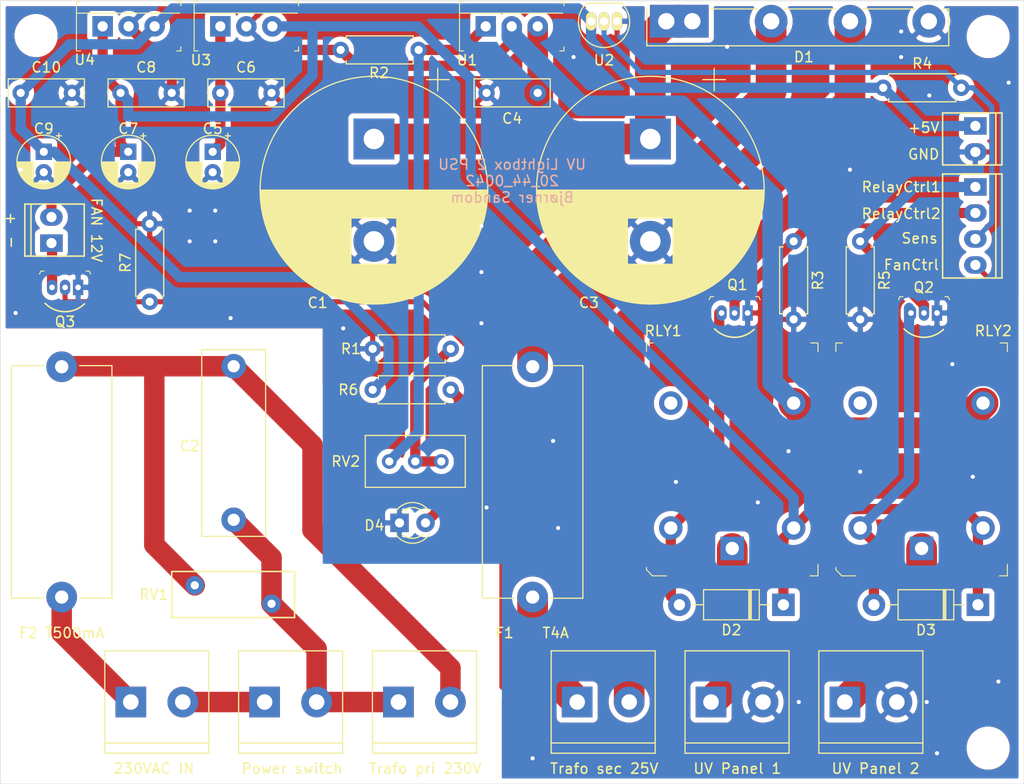
<source format=kicad_pcb>
(kicad_pcb (version 20171130) (host pcbnew "(5.1.7)-1")
  (layers (0 F.Cu signal) (31 B.Cu signal) (34 B.Paste user) (35 F.Paste user) (36 B.SilkS user) (37 F.SilkS user) (38 B.Mask user) (39 F.Mask user) (44 Edge.Cuts user))
  (net 0 "")
  (net 1 "Net-(C1-Pad1)")
  (net 2 GND)
  (net 3 VCC)
  (net 4 +5V)
  (net 5 "Net-(D1-Pad2)")
  (net 6 "Net-(D1-Pad3)")
  (net 7 "Net-(D2-Pad2)")
  (net 8 "Net-(D3-Pad2)")
  (net 9 "Net-(D4-Pad2)")
  (net 10 "Net-(F1-Pad2)")
  (net 11 "Net-(F2-Pad2)")
  (net 12 "Net-(J3-Pad2)")
  (net 13 "Net-(J6-Pad1)")
  (net 14 "Net-(J7-Pad1)")
  (net 15 "Net-(RLY1-Pad4)")
  (net 16 "Net-(RLY2-Pad4)")
  (net 17 "Net-(C2-Pad2)")
  (net 18 "Net-(C2-Pad1)")
  (net 19 "Net-(J5-Pad1)")
  (net 20 "Net-(J7-Pad4)")
  (net 21 "Net-(J7-Pad2)")
  (net 22 "Net-(R1-Pad1)")
  (net 23 "Net-(R2-Pad2)")
  (net 24 +12V)
  (net 25 "Net-(J7-Pad3)")
  (net 26 "Net-(J9-Pad1)")
  (module IFS-IC:TO127P482X368X883-3 (layer F.Cu) (at 159.25 39 180)
    (fp_text reference U2 (at 1.27 -3.81) (layer F.SilkS))
    (fp_text value DS18B20+ hide)
    (pad 3 thru_hole oval (at 2.54 0 180) (size 1 1.8) (drill 0.8) (layers *.Cu *.Mask F.SilkS) (net 4 +5V))
    (pad 2 thru_hole oval (at 1.27 0 180) (size 1 1.8) (drill 0.8) (layers *.Cu *.Mask F.SilkS) (net 25 "Net-(J7-Pad3)"))
    (pad 1 thru_hole oval (at 0 0 180) (size 1 1.8) (drill 0.8) (layers *.Cu *.Mask F.SilkS) (net 2 GND))
  )
  (module Resistor_THT:R_Axial_DIN0207_L6.3mm_D2.5mm_P7.62mm_Horizontal (layer F.Cu) (at 113.6 66.4 90)
    (fp_text reference R7 (at 3.81 -2.37 90) (layer F.SilkS))
    (fp_text value 10kΩ)
    (pad 2 thru_hole oval (at 7.62 0 90) (size 1.6 1.6) (drill 0.8) (layers *.Cu *.Mask) (net 2 GND))
    (pad 1 thru_hole circle (at 0 0 90) (size 1.6 1.6) (drill 0.8) (layers *.Cu *.Mask) (net 20 "Net-(J7-Pad4)"))
  )
  (module digikey-footprints:TO-92-3 (layer F.Cu) (at 106.6 65 180)
    (fp_text reference Q3 (at 1.27 -3.35) (layer F.SilkS))
    (fp_text value 2N7000)
    (pad 1 thru_hole rect (at 0 0) (size 1 1.5) (drill 0.55) (layers *.Cu *.Mask) (net 2 GND))
    (pad 3 thru_hole oval (at 2.54 0) (size 1 1.5) (drill 0.55) (layers *.Cu *.Mask) (net 26 "Net-(J9-Pad1)"))
    (pad 2 thru_hole oval (at 1.27 0) (size 1 1.5) (drill 0.55) (layers *.Cu *.Mask) (net 20 "Net-(J7-Pad4)"))
  )
  (module myDevices:KF2510-2P (layer F.Cu) (at 104 59.4 90)
    (fp_text reference J9 hide)
    (fp_text value "12V FAN")
    (pad 2 thru_hole oval (at 1.27 0 90) (size 1.7 2.2) (drill 1) (layers *.Cu *.Mask) (net 24 +12V))
    (pad 1 thru_hole rect (at -1.27 0 90) (size 1.7 2.2) (drill 1) (layers *.Cu *.Mask) (net 26 "Net-(J9-Pad1)"))
  )
  (module digikey-footprints:TO-220-3 (layer F.Cu) (at 120.5 39.5)
    (fp_text reference U3 (at -1.9 3.3) (layer F.SilkS))
    (fp_text value LM7812_TO220)
    (pad 3 thru_hole circle (at 5.08 0) (size 2 2) (drill 1) (layers *.Cu *.Mask) (net 24 +12V))
    (pad 2 thru_hole circle (at 2.54 0) (size 2 2) (drill 1) (layers *.Cu *.Mask) (net 2 GND))
    (pad 1 thru_hole rect (at 0 0) (size 2 2) (drill 1) (layers *.Cu *.Mask) (net 3 VCC))
  )
  (module Resistor_THT:R_Axial_DIN0207_L6.3mm_D2.5mm_P7.62mm_Horizontal (layer F.Cu) (at 185.25 45.5)
    (fp_text reference R4 (at 3.81 -2.37) (layer F.SilkS))
    (fp_text value 4.7kΩ)
    (pad 2 thru_hole oval (at 7.62 0) (size 1.6 1.6) (drill 0.8) (layers *.Cu *.Mask) (net 25 "Net-(J7-Pad3)"))
    (pad 1 thru_hole circle (at 0 0) (size 1.6 1.6) (drill 0.8) (layers *.Cu *.Mask) (net 4 +5V))
  )
  (module myDevices:KF2510-2P (layer F.Cu) (at 194.25 50.5 270)
    (fp_text reference J8 hide)
    (fp_text value "Timer power")
    (pad 2 thru_hole oval (at 1.27 0 270) (size 1.7 2.2) (drill 1) (layers *.Cu *.Mask) (net 2 GND))
    (pad 1 thru_hole rect (at -1.27 0 270) (size 1.7 2.2) (drill 1) (layers *.Cu *.Mask) (net 4 +5V))
  )
  (module myDevices:KF2510-4P (layer F.Cu) (at 194.25 59 270)
    (fp_text reference J7 hide)
    (fp_text value "Timer I/O")
    (pad 4 thru_hole oval (at 3.81 0 270) (size 1.7 2.2) (drill 1) (layers *.Cu *.Mask) (net 20 "Net-(J7-Pad4)"))
    (pad 3 thru_hole oval (at 1.27 0 270) (size 1.7 2.2) (drill 1) (layers *.Cu *.Mask) (net 25 "Net-(J7-Pad3)"))
    (pad 2 thru_hole oval (at -1.27 0 270) (size 1.7 2.2) (drill 1) (layers *.Cu *.Mask) (net 21 "Net-(J7-Pad2)"))
    (pad 1 thru_hole rect (at -3.81 0 270) (size 1.7 2.2) (drill 1) (layers *.Cu *.Mask) (net 14 "Net-(J7-Pad1)"))
  )
  (module Capacitor_THT:C_Rect_L7.2mm_W2.5mm_P5.00mm_FKS2_FKP2_MKS2_MKP2 (layer F.Cu) (at 101 46)
    (fp_text reference C10 (at 2.5 -2.5) (layer F.SilkS))
    (fp_text value 100nF)
    (pad 2 thru_hole circle (at 5 0) (size 1.6 1.6) (drill 0.8) (layers *.Cu *.Mask) (net 2 GND))
    (pad 1 thru_hole circle (at 0 0) (size 1.6 1.6) (drill 0.8) (layers *.Cu *.Mask) (net 4 +5V))
  )
  (module Capacitor_THT:CP_Radial_D5.0mm_P2.00mm (layer F.Cu) (at 103.25 51.75 270)
    (fp_text reference C9 (at -2.25 0 180) (layer F.SilkS))
    (fp_text value 10µF)
    (pad 2 thru_hole circle (at 2 0 270) (size 1.6 1.6) (drill 0.8) (layers *.Cu *.Mask) (net 2 GND))
    (pad 1 thru_hole rect (at 0 0 270) (size 1.6 1.6) (drill 0.8) (layers *.Cu *.Mask) (net 4 +5V))
  )
  (module Capacitor_THT:C_Rect_L7.2mm_W2.5mm_P5.00mm_FKS2_FKP2_MKS2_MKP2 (layer F.Cu) (at 110.75 46)
    (fp_text reference C8 (at 2.5 -2.5) (layer F.SilkS))
    (fp_text value 100nF)
    (pad 2 thru_hole circle (at 5 0) (size 1.6 1.6) (drill 0.8) (layers *.Cu *.Mask) (net 2 GND))
    (pad 1 thru_hole circle (at 0 0) (size 1.6 1.6) (drill 0.8) (layers *.Cu *.Mask) (net 24 +12V))
  )
  (module Capacitor_THT:C_Rect_L7.2mm_W2.5mm_P5.00mm_FKS2_FKP2_MKS2_MKP2 (layer F.Cu) (at 120.5 46)
    (fp_text reference C6 (at 2.5 -2.5) (layer F.SilkS))
    (fp_text value 100nF)
    (pad 2 thru_hole circle (at 5 0) (size 1.6 1.6) (drill 0.8) (layers *.Cu *.Mask) (net 2 GND))
    (pad 1 thru_hole circle (at 0 0) (size 1.6 1.6) (drill 0.8) (layers *.Cu *.Mask) (net 3 VCC))
  )
  (module Capacitor_THT:CP_Radial_D5.0mm_P2.00mm (layer F.Cu) (at 111.5 51.75 270)
    (fp_text reference C7 (at -2.25 0 180) (layer F.SilkS))
    (fp_text value 10µF)
    (pad 2 thru_hole circle (at 2 0 270) (size 1.6 1.6) (drill 0.8) (layers *.Cu *.Mask) (net 2 GND))
    (pad 1 thru_hole rect (at 0 0 270) (size 1.6 1.6) (drill 0.8) (layers *.Cu *.Mask) (net 24 +12V))
  )
  (module Capacitor_THT:CP_Radial_D5.0mm_P2.00mm (layer F.Cu) (at 119.75 51.75 270)
    (fp_text reference C5 (at -2.25 0 180) (layer F.SilkS))
    (fp_text value 10µF)
    (pad 2 thru_hole circle (at 2 0 270) (size 1.6 1.6) (drill 0.8) (layers *.Cu *.Mask) (net 2 GND))
    (pad 1 thru_hole rect (at 0 0 270) (size 1.6 1.6) (drill 0.8) (layers *.Cu *.Mask) (net 3 VCC))
  )
  (module Capacitor_THT:C_Rect_L7.2mm_W2.5mm_P5.00mm_FKS2_FKP2_MKS2_MKP2 (layer F.Cu) (at 151.5 46 180)
    (fp_text reference C4 (at 2.5 -2.5) (layer F.SilkS))
    (fp_text value 100nF)
    (pad 2 thru_hole circle (at 5 0 180) (size 1.6 1.6) (drill 0.8) (layers *.Cu *.Mask) (net 2 GND))
    (pad 1 thru_hole circle (at 0 0 180) (size 1.6 1.6) (drill 0.8) (layers *.Cu *.Mask) (net 1 "Net-(C1-Pad1)"))
  )
  (module digikey-footprints:TO-220-3 (layer F.Cu) (at 109 39.5)
    (fp_text reference U4 (at -1.75 3.25) (layer F.SilkS))
    (fp_text value MC7805CT-BP)
    (pad 3 thru_hole circle (at 5.08 0) (size 2 2) (drill 1) (layers *.Cu *.Mask) (net 4 +5V))
    (pad 2 thru_hole circle (at 2.54 0) (size 2 2) (drill 1) (layers *.Cu *.Mask) (net 2 GND))
    (pad 1 thru_hole rect (at 0 0) (size 2 2) (drill 1) (layers *.Cu *.Mask) (net 24 +12V))
  )
  (module MountingHole:MountingHole_3.2mm_M3 (layer F.Cu) (at 195.5 110)
    (fp_text reference H4 hide)
    (fp_text value MountingHole)
    (pad 1 np_thru_hole circle (at 0 0) (size 3.2 3.2) (drill 3.2) (layers *.Cu *.Mask))
  )
  (module MountingHole:MountingHole_3.2mm_M3 (layer F.Cu) (at 195.5 40.5)
    (fp_text reference H3 hide)
    (fp_text value MountingHole)
    (pad 1 np_thru_hole circle (at 0 0) (size 3.2 3.2) (drill 3.2) (layers *.Cu *.Mask))
  )
  (module MountingHole:MountingHole_3.2mm_M3 (layer F.Cu) (at 102.5 40.4)
    (fp_text reference H2 hide)
    (fp_text value MountingHole)
    (pad 1 np_thru_hole circle (at 0 0) (size 3.2 3.2) (drill 3.2) (layers *.Cu *.Mask))
  )
  (module MountingHole:MountingHole_3.2mm_M3 (layer F.Cu) (at 102.5 110)
    (fp_text reference H1 hide)
    (fp_text value MountingHole)
    (pad 1 np_thru_hole circle (at 0 0) (size 3.2 3.2) (drill 3.2) (layers *.Cu *.Mask))
  )
  (module digikey-footprints:TO-220-3 (layer F.Cu) (at 146.42 39.5)
    (fp_text reference U1 (at -1.82 3.3) (layer F.SilkS))
    (fp_text value LM338)
    (pad 3 thru_hole circle (at 5.08 0) (size 2 2) (drill 1) (layers *.Cu *.Mask) (net 1 "Net-(C1-Pad1)"))
    (pad 2 thru_hole circle (at 2.54 0) (size 2 2) (drill 1) (layers *.Cu *.Mask) (net 3 VCC))
    (pad 1 thru_hole rect (at 0 0) (size 2 2) (drill 1) (layers *.Cu *.Mask) (net 23 "Net-(R2-Pad2)"))
  )
  (module Potentiometer_THT:Potentiometer_Bourns_3296W_Vertical (layer F.Cu) (at 137 82 180)
    (fp_text reference RV2 (at 4.25 0) (layer F.SilkS))
    (fp_text value 5kΩ)
    (pad 3 thru_hole circle (at -5.08 0 180) (size 1.44 1.44) (drill 0.8) (layers *.Cu *.Mask) (net 22 "Net-(R1-Pad1)"))
    (pad 2 thru_hole circle (at -2.54 0 180) (size 1.44 1.44) (drill 0.8) (layers *.Cu *.Mask) (net 22 "Net-(R1-Pad1)"))
    (pad 1 thru_hole circle (at 0 0 180) (size 1.44 1.44) (drill 0.8) (layers *.Cu *.Mask) (net 23 "Net-(R2-Pad2)"))
  )
  (module Varistor:RV_Disc_D12mm_W4.5mm_P7.5mm (layer F.Cu) (at 118 94.1)
    (fp_text reference RV1 (at -4 0.9) (layer F.SilkS))
    (fp_text value 10D431K)
    (pad 2 thru_hole circle (at 7.5 1.8) (size 1.8 1.8) (drill 0.8) (layers *.Cu *.Mask) (net 17 "Net-(C2-Pad2)"))
    (pad 1 thru_hole circle (at 0 0) (size 1.8 1.8) (drill 0.8) (layers *.Cu *.Mask) (net 18 "Net-(C2-Pad1)"))
  )
  (module digikey-footprints:Relay_THT_G5LE-14 (layer F.Cu) (at 189 90.5 90)
    (fp_text reference RLY2 (at 21.25 7 180) (layer F.SilkS))
    (fp_text value G5LE-14_DC12)
    (pad 4 thru_hole circle (at 14.2 -6 90) (size 2.3 2.3) (drill 1.3) (layers *.Cu *.Mask) (net 16 "Net-(RLY2-Pad4)"))
    (pad 3 thru_hole circle (at 14.2 6 90) (size 2.3 2.3) (drill 1.3) (layers *.Cu *.Mask) (net 3 VCC))
    (pad 5 thru_hole circle (at 2 -6 90) (size 2.3 2.3) (drill 1.3) (layers *.Cu *.Mask) (net 8 "Net-(D3-Pad2)"))
    (pad 2 thru_hole circle (at 2 6 90) (size 2.3 2.3) (drill 1.3) (layers *.Cu *.Mask) (net 24 +12V))
    (pad 1 thru_hole rect (at 0 0 90) (size 2.3 2.3) (drill 1.3) (layers *.Cu *.Mask) (net 13 "Net-(J6-Pad1)"))
  )
  (module digikey-footprints:Relay_THT_G5LE-14 (layer F.Cu) (at 170.5 90.5 90)
    (fp_text reference RLY1 (at 21.25 -6.75 180) (layer F.SilkS))
    (fp_text value G5LE-14_DC12)
    (pad 4 thru_hole circle (at 14.2 -6 90) (size 2.3 2.3) (drill 1.3) (layers *.Cu *.Mask) (net 15 "Net-(RLY1-Pad4)"))
    (pad 3 thru_hole circle (at 14.2 6 90) (size 2.3 2.3) (drill 1.3) (layers *.Cu *.Mask) (net 3 VCC))
    (pad 5 thru_hole circle (at 2 -6 90) (size 2.3 2.3) (drill 1.3) (layers *.Cu *.Mask) (net 7 "Net-(D2-Pad2)"))
    (pad 2 thru_hole circle (at 2 6 90) (size 2.3 2.3) (drill 1.3) (layers *.Cu *.Mask) (net 24 +12V))
    (pad 1 thru_hole rect (at 0 0 90) (size 2.3 2.3) (drill 1.3) (layers *.Cu *.Mask) (net 19 "Net-(J5-Pad1)"))
  )
  (module Resistor_THT:R_Axial_DIN0207_L6.3mm_D2.5mm_P7.62mm_Horizontal (layer F.Cu) (at 143 71 180)
    (fp_text reference R1 (at 9.75 0) (layer F.SilkS))
    (fp_text value 1kΩ)
    (pad 2 thru_hole oval (at 7.62 0 180) (size 1.6 1.6) (drill 0.8) (layers *.Cu *.Mask) (net 2 GND))
    (pad 1 thru_hole circle (at 0 0 180) (size 1.6 1.6) (drill 0.8) (layers *.Cu *.Mask) (net 22 "Net-(R1-Pad1)"))
  )
  (module Resistor_THT:R_Axial_DIN0207_L6.3mm_D2.5mm_P7.62mm_Horizontal (layer F.Cu) (at 143 75 180)
    (fp_text reference R6 (at 10 0) (layer F.SilkS))
    (fp_text value 560Ω)
    (pad 2 thru_hole oval (at 7.62 0 180) (size 1.6 1.6) (drill 0.8) (layers *.Cu *.Mask) (net 4 +5V))
    (pad 1 thru_hole circle (at 0 0 180) (size 1.6 1.6) (drill 0.8) (layers *.Cu *.Mask) (net 9 "Net-(D4-Pad2)"))
  )
  (module Resistor_THT:R_Axial_DIN0207_L6.3mm_D2.5mm_P7.62mm_Horizontal (layer F.Cu) (at 183 60.5 270)
    (fp_text reference R5 (at 3.81 -2.37 90) (layer F.SilkS))
    (fp_text value 10kΩ)
    (pad 2 thru_hole oval (at 7.62 0 270) (size 1.6 1.6) (drill 0.8) (layers *.Cu *.Mask) (net 2 GND))
    (pad 1 thru_hole circle (at 0 0 270) (size 1.6 1.6) (drill 0.8) (layers *.Cu *.Mask) (net 14 "Net-(J7-Pad1)"))
  )
  (module Resistor_THT:R_Axial_DIN0207_L6.3mm_D2.5mm_P7.62mm_Horizontal (layer F.Cu) (at 176.5 60.5 270)
    (fp_text reference R3 (at 3.81 -2.37 90) (layer F.SilkS))
    (fp_text value 10kΩ)
    (pad 2 thru_hole oval (at 7.62 0 270) (size 1.6 1.6) (drill 0.8) (layers *.Cu *.Mask) (net 2 GND))
    (pad 1 thru_hole circle (at 0 0 270) (size 1.6 1.6) (drill 0.8) (layers *.Cu *.Mask) (net 21 "Net-(J7-Pad2)"))
  )
  (module Resistor_THT:R_Axial_DIN0207_L6.3mm_D2.5mm_P7.62mm_Horizontal (layer F.Cu) (at 132.25 41.8)
    (fp_text reference R2 (at 3.75 2.25) (layer F.SilkS))
    (fp_text value 240Ω)
    (pad 2 thru_hole oval (at 7.62 0) (size 1.6 1.6) (drill 0.8) (layers *.Cu *.Mask) (net 23 "Net-(R2-Pad2)"))
    (pad 1 thru_hole circle (at 0 0) (size 1.6 1.6) (drill 0.8) (layers *.Cu *.Mask) (net 3 VCC))
  )
  (module digikey-footprints:TO-92-3 (layer F.Cu) (at 190.5 67.5 180)
    (fp_text reference Q2 (at 1.29 2.5) (layer F.SilkS))
    (fp_text value 2N7000)
    (pad 1 thru_hole rect (at 0 0) (size 1 1.5) (drill 0.55) (layers *.Cu *.Mask) (net 2 GND))
    (pad 3 thru_hole oval (at 2.54 0) (size 1 1.5) (drill 0.55) (layers *.Cu *.Mask) (net 8 "Net-(D3-Pad2)"))
    (pad 2 thru_hole oval (at 1.27 0) (size 1 1.5) (drill 0.55) (layers *.Cu *.Mask) (net 14 "Net-(J7-Pad1)"))
  )
  (module digikey-footprints:TO-92-3 (layer F.Cu) (at 172 67.5 180)
    (fp_text reference Q1 (at 1 2.75) (layer F.SilkS))
    (fp_text value 2N7000)
    (pad 1 thru_hole rect (at 0 0) (size 1 1.5) (drill 0.55) (layers *.Cu *.Mask) (net 2 GND))
    (pad 3 thru_hole oval (at 2.54 0) (size 1 1.5) (drill 0.55) (layers *.Cu *.Mask) (net 7 "Net-(D2-Pad2)"))
    (pad 2 thru_hole oval (at 1.27 0) (size 1 1.5) (drill 0.55) (layers *.Cu *.Mask) (net 21 "Net-(J7-Pad2)"))
  )
  (module myDevices:TerminalBlock_LCSC_P5.08mm (layer F.Cu) (at 181.5 105.5)
    (fp_text reference J6 hide)
    (fp_text value UV_Panel_2)
    (pad 2 thru_hole circle (at 5.08 0) (size 3 3) (drill 1.52) (layers *.Cu *.Mask) (net 2 GND))
    (pad 1 thru_hole rect (at 0 0) (size 3 3) (drill 1.52) (layers *.Cu *.Mask) (net 13 "Net-(J6-Pad1)"))
  )
  (module myDevices:TerminalBlock_LCSC_P5.08mm (layer F.Cu) (at 168.427379 105.5)
    (fp_text reference J5 hide)
    (fp_text value UV_Panel_1)
    (pad 2 thru_hole circle (at 5.08 0) (size 3 3) (drill 1.52) (layers *.Cu *.Mask) (net 2 GND))
    (pad 1 thru_hole rect (at 0 0) (size 3 3) (drill 1.52) (layers *.Cu *.Mask) (net 19 "Net-(J5-Pad1)"))
  )
  (module myDevices:TerminalBlock_LCSC_P5.08mm (layer F.Cu) (at 124.822619 105.5)
    (fp_text reference J4 hide)
    (fp_text value "Power switch")
    (pad 2 thru_hole circle (at 5.08 0) (size 3 3) (drill 1.52) (layers *.Cu *.Mask) (net 17 "Net-(C2-Pad2)"))
    (pad 1 thru_hole rect (at 0 0) (size 3 3) (drill 1.52) (layers *.Cu *.Mask) (net 12 "Net-(J3-Pad2)"))
  )
  (module myDevices:TerminalBlock_LCSC_P5.08mm (layer F.Cu) (at 111.75 105.5)
    (fp_text reference J3 hide)
    (fp_text value "230V input")
    (pad 2 thru_hole circle (at 5.08 0) (size 3 3) (drill 1.52) (layers *.Cu *.Mask) (net 12 "Net-(J3-Pad2)"))
    (pad 1 thru_hole rect (at 0 0) (size 3 3) (drill 1.52) (layers *.Cu *.Mask) (net 11 "Net-(F2-Pad2)"))
  )
  (module myDevices:TerminalBlock_LCSC_P5.08mm (layer F.Cu) (at 137.895238 105.5)
    (fp_text reference J2 hide)
    (fp_text value "Trafo pri 230V")
    (pad 2 thru_hole circle (at 5.08 0) (size 3 3) (drill 1.52) (layers *.Cu *.Mask) (net 18 "Net-(C2-Pad1)"))
    (pad 1 thru_hole rect (at 0 0) (size 3 3) (drill 1.52) (layers *.Cu *.Mask) (net 17 "Net-(C2-Pad2)"))
  )
  (module myDevices:TerminalBlock_LCSC_P5.08mm (layer F.Cu) (at 155.35476 105.5)
    (fp_text reference J1 hide)
    (fp_text value "Trafo sec 26V")
    (pad 2 thru_hole circle (at 5.08 0) (size 3 3) (drill 1.52) (layers *.Cu *.Mask) (net 6 "Net-(D1-Pad3)"))
    (pad 1 thru_hole rect (at 0 0) (size 3 3) (drill 1.52) (layers *.Cu *.Mask) (net 10 "Net-(F1-Pad2)"))
  )
  (module myDevices:Fuseholder_Cylinder-5x20mm_Closed (layer F.Cu) (at 151 72.75 270)
    (fp_text reference F1 (at 26 2.75 180) (layer F.SilkS))
    (fp_text value T4A)
    (pad 2 thru_hole circle (at 22.5 0 270) (size 3 3) (drill 1.3) (layers *.Cu *.Mask) (net 10 "Net-(F1-Pad2)"))
    (pad 1 thru_hole circle (at 0 0 270) (size 3 3) (drill 1.3) (layers *.Cu *.Mask) (net 5 "Net-(D1-Pad2)"))
  )
  (module myDevices:Fuseholder_Cylinder-5x20mm_Closed (layer F.Cu) (at 105 72.75 270)
    (fp_text reference F2 (at 26 3.25 180) (layer F.SilkS))
    (fp_text value T500mA)
    (pad 2 thru_hole circle (at 22.5 0 270) (size 3 3) (drill 1.3) (layers *.Cu *.Mask) (net 11 "Net-(F2-Pad2)"))
    (pad 1 thru_hole circle (at 0 0 270) (size 3 3) (drill 1.3) (layers *.Cu *.Mask) (net 18 "Net-(C2-Pad1)"))
  )
  (module LED_THT:LED_D3.0mm (layer F.Cu) (at 138 88)
    (fp_text reference D4 (at -2.46 0.25) (layer F.SilkS))
    (fp_text value LED)
    (pad 2 thru_hole circle (at 2.54 0) (size 1.8 1.8) (drill 0.9) (layers *.Cu *.Mask) (net 9 "Net-(D4-Pad2)"))
    (pad 1 thru_hole rect (at 0 0) (size 1.8 1.8) (drill 0.9) (layers *.Cu *.Mask) (net 2 GND))
  )
  (module Diode_THT:D_DO-41_SOD81_P10.16mm_Horizontal (layer F.Cu) (at 194.5 96 180)
    (fp_text reference D3 (at 5.08 -2.47) (layer F.SilkS))
    (fp_text value 1N4007)
    (pad 2 thru_hole oval (at 10.16 0 180) (size 2.2 2.2) (drill 1.1) (layers *.Cu *.Mask) (net 8 "Net-(D3-Pad2)"))
    (pad 1 thru_hole rect (at 0 0 180) (size 2.2 2.2) (drill 1.1) (layers *.Cu *.Mask) (net 24 +12V))
  )
  (module Diode_THT:D_DO-41_SOD81_P10.16mm_Horizontal (layer F.Cu) (at 175.5 96 180)
    (fp_text reference D2 (at 5.08 -2.47) (layer F.SilkS))
    (fp_text value 1N4007)
    (pad 2 thru_hole oval (at 10.16 0 180) (size 2.2 2.2) (drill 1.1) (layers *.Cu *.Mask) (net 7 "Net-(D2-Pad2)"))
    (pad 1 thru_hole rect (at 0 0 180) (size 2.2 2.2) (drill 1.1) (layers *.Cu *.Mask) (net 24 +12V))
  )
  (module myDevices:Generic_rectifier (layer F.Cu) (at 166.6 39)
    (fp_text reference D1 (at 10.9 3.5 180) (layer F.SilkS))
    (fp_text value TS6P03G)
    (pad 1 thru_hole rect (at 0 0) (size 3.2 3.2) (drill 1.6) (layers *.Cu *.Mask) (net 1 "Net-(C1-Pad1)"))
    (pad 2 thru_hole circle (at 7.7 0) (size 3.2 3.2) (drill 1.6) (layers *.Cu *.Mask) (net 5 "Net-(D1-Pad2)"))
    (pad 3 thru_hole circle (at 15.4 0) (size 3.2 3.2) (drill 1.6) (layers *.Cu *.Mask) (net 6 "Net-(D1-Pad3)"))
    (pad 4 thru_hole circle (at 23.1 0) (size 3.2 3.2) (drill 1.6) (layers *.Cu *.Mask) (net 2 GND))
    (pad 1 thru_hole rect (at -2.54 0) (size 3.2 3.2) (drill 1.6) (layers *.Cu *.Mask) (net 1 "Net-(C1-Pad1)"))
  )
  (module Capacitor_THT:CP_Radial_D22.0mm_P10.00mm_SnapIn (layer F.Cu) (at 162.5 50.5 270)
    (fp_text reference C3 (at 16 6 180) (layer F.SilkS))
    (fp_text value "4700µF 50V")
    (pad 2 thru_hole circle (at 10 0 270) (size 4 4) (drill 2) (layers *.Cu *.Mask) (net 2 GND))
    (pad 1 thru_hole rect (at 0 0 270) (size 4 4) (drill 2) (layers *.Cu *.Mask) (net 1 "Net-(C1-Pad1)"))
  )
  (module Capacitor_THT:CP_Radial_D22.0mm_P10.00mm_SnapIn (layer F.Cu) (at 135.5 50.5 270)
    (fp_text reference C1 (at 16 5.5 180) (layer F.SilkS))
    (fp_text value "4700µF 50V")
    (pad 2 thru_hole circle (at 10 0 270) (size 4 4) (drill 2) (layers *.Cu *.Mask) (net 2 GND))
    (pad 1 thru_hole rect (at 0 0 270) (size 4 4) (drill 2) (layers *.Cu *.Mask) (net 1 "Net-(C1-Pad1)"))
  )
  (module Capacitor_THT:C_Rect_L18.0mm_W6.0mm_P15.00mm_FKS3_FKP3 (layer F.Cu) (at 121.8 72.7 270)
    (fp_text reference C2 (at 7.8 4.3 180) (layer F.SilkS))
    (fp_text value "100nF X2")
    (pad 2 thru_hole circle (at 15 0 270) (size 2.4 2.4) (drill 1.2) (layers *.Cu *.Mask) (net 17 "Net-(C2-Pad2)"))
    (pad 1 thru_hole circle (at 0 0 270) (size 2.4 2.4) (drill 1.2) (layers *.Cu *.Mask) (net 18 "Net-(C2-Pad1)"))
  )
  (gr_text FanCtrl (at 188 62.8) (layer F.SilkS) (effects (font (size 1 1))))
  (gr_text Sens (at 188.8 60.2) (layer F.SilkS) (effects (font (size 1 1))))
  (gr_text - (at 100 60.6 90) (layer F.SilkS) (effects (font (size 1 1))))
  (gr_text + (at 100 58.2) (layer F.SilkS) (effects (font (size 1 1))))
  (gr_text "FAN 12V" (at 108.4 59.4 270) (layer F.SilkS) (effects (font (size 1 1))))
  (gr_text "UV Lightbox 2 PSU\n20_44_0042\nBjørner Sandom" (at 149 54.6) (layer B.SilkS) (effects (font (size 1 1)) (justify mirror)))
  (gr_text T4A (at 153.25 98.75) (layer F.SilkS) (effects (font (size 1 1))))
  (gr_text T500mA (at 106.25 98.75) (layer F.SilkS) (effects (font (size 1 1))))
  (gr_text GND (at 189.2 52) (layer F.SilkS) (effects (font (size 1 1))))
  (gr_text RelayCtrl1 (at 187 55.2) (layer F.SilkS) (effects (font (size 1 1))))
  (gr_text RelayCtrl2 (at 187 57.8) (layer F.SilkS) (effects (font (size 1 1))))
  (gr_text +5V (at 189.2 49.4) (layer F.SilkS) (effects (font (size 1 1))))
  (gr_text "UV Panel 2" (at 184.5 112) (layer F.SilkS) (effects (font (size 1 1))))
  (gr_text "UV Panel 1" (at 171 112) (layer F.SilkS) (effects (font (size 1 1))))
  (gr_text "Trafo sec 25V" (at 158 112) (layer F.SilkS) (effects (font (size 1 1))))
  (gr_text "Trafo pri 230V" (at 140.5 112) (layer F.SilkS) (effects (font (size 1 1))))
  (gr_text "Power switch" (at 127.5 112) (layer F.SilkS) (effects (font (size 1 1))))
  (gr_text "230VAC IN" (at 114 112) (layer F.SilkS) (effects (font (size 1 1))))
  (gr_line (start 99 113.5) (end 99 37) (layer Edge.Cuts) (width 0.05))
  (gr_line (start 199 113.5) (end 99 113.5) (layer Edge.Cuts) (width 0.05))
  (gr_line (start 199 37) (end 199 113.5) (layer Edge.Cuts) (width 0.05))
  (gr_line (start 99 37) (end 199 37) (layer Edge.Cuts) (width 0.05))
  (segment (start 166.6 39) (end 164.06 39) (width 3) (layer F.Cu) (net 1))
  (segment (start 162.5 40.56) (end 164.06 39) (width 3) (layer F.Cu) (net 1))
  (segment (start 162.5 50.5) (end 162.5 40.56) (width 3) (layer F.Cu) (net 1))
  (segment (start 150.75 50.5) (end 135.5 50.5) (width 3) (layer F.Cu) (net 1))
  (segment (start 151.5 49.5) (end 152.5 50.5) (width 3) (layer F.Cu) (net 1))
  (segment (start 151.5 46) (end 151.5 49.5) (width 3) (layer F.Cu) (net 1))
  (segment (start 152.5 50.5) (end 150.75 50.5) (width 3) (layer F.Cu) (net 1))
  (segment (start 162.5 50.5) (end 152.5 50.5) (width 3) (layer F.Cu) (net 1))
  (segment (start 151.5 39.5) (end 151.5 46) (width 2) (layer F.Cu) (net 1))
  (segment (start 115.75 43.71) (end 111.54 39.5) (width 1) (layer F.Cu) (net 2))
  (segment (start 115.75 46) (end 115.75 43.71) (width 1) (layer F.Cu) (net 2))
  (via (at 170 41.5) (size 0.8) (drill 0.4) (layers F.Cu B.Cu) (net 2))
  (via (at 146.5 86.5) (size 0.8) (drill 0.4) (layers F.Cu B.Cu) (net 2))
  (via (at 151 111) (size 0.8) (drill 0.4) (layers F.Cu B.Cu) (net 2))
  (via (at 146 59) (size 0.8) (drill 0.4) (layers F.Cu B.Cu) (net 2))
  (via (at 146 63.5) (size 0.8) (drill 0.4) (layers F.Cu B.Cu) (net 2))
  (via (at 146 68.5) (size 0.8) (drill 0.4) (layers F.Cu B.Cu) (net 2))
  (via (at 153 80) (size 0.8) (drill 0.4) (layers F.Cu B.Cu) (net 2))
  (via (at 153.5 88.5) (size 0.8) (drill 0.4) (layers F.Cu B.Cu) (net 2))
  (via (at 165 84) (size 0.8) (drill 0.4) (layers F.Cu B.Cu) (net 2))
  (via (at 173 86) (size 0.8) (drill 0.4) (layers F.Cu B.Cu) (net 2))
  (via (at 176 81) (size 0.8) (drill 0.4) (layers F.Cu B.Cu) (net 2))
  (via (at 183 83) (size 0.8) (drill 0.4) (layers F.Cu B.Cu) (net 2))
  (via (at 194 83.5) (size 0.8) (drill 0.4) (layers F.Cu B.Cu) (net 2))
  (via (at 192 72.5) (size 0.8) (drill 0.4) (layers F.Cu B.Cu) (net 2))
  (via (at 182 53.5) (size 0.8) (drill 0.4) (layers F.Cu B.Cu) (net 2))
  (via (at 177 105.5) (size 0.8) (drill 0.4) (layers F.Cu B.Cu) (net 2))
  (via (at 189.5 105.5) (size 0.8) (drill 0.4) (layers F.Cu B.Cu) (net 2))
  (via (at 117.5 57.5) (size 0.8) (drill 0.4) (layers F.Cu B.Cu) (net 2))
  (via (at 117.5 60.5) (size 0.8) (drill 0.4) (layers F.Cu B.Cu) (net 2))
  (via (at 120 57.5) (size 0.8) (drill 0.4) (layers F.Cu B.Cu) (net 2))
  (via (at 120 60.5) (size 0.8) (drill 0.4) (layers F.Cu B.Cu) (net 2))
  (via (at 132.5 69) (size 0.8) (drill 0.4) (layers F.Cu B.Cu) (net 2))
  (via (at 121.5 68) (size 0.8) (drill 0.4) (layers F.Cu B.Cu) (net 2))
  (via (at 100.5 67.5) (size 0.8) (drill 0.4) (layers F.Cu B.Cu) (net 2))
  (via (at 101 53.5) (size 0.8) (drill 0.4) (layers F.Cu B.Cu) (net 2))
  (via (at 197.5 45) (size 0.8) (drill 0.4) (layers F.Cu B.Cu) (net 2))
  (via (at 187 40) (size 0.8) (drill 0.4) (layers F.Cu B.Cu) (net 2))
  (via (at 187 42.5) (size 0.8) (drill 0.4) (layers F.Cu B.Cu) (net 2))
  (via (at 196.5 103.5) (size 0.8) (drill 0.4) (layers F.Cu B.Cu) (net 2))
  (via (at 190.5 110.5) (size 0.8) (drill 0.4) (layers F.Cu B.Cu) (net 2))
  (via (at 155 42.5) (size 0.8) (drill 0.4) (layers F.Cu B.Cu) (net 2))
  (via (at 189.75 46.25) (size 0.8) (drill 0.4) (layers F.Cu B.Cu) (net 2))
  (segment (start 125.5 91.4) (end 121.8 87.7) (width 2) (layer F.Cu) (net 17))
  (segment (start 125.5 95.9) (end 125.5 91.4) (width 2) (layer F.Cu) (net 17))
  (segment (start 129.902619 100.302619) (end 125.5 95.9) (width 2) (layer F.Cu) (net 17))
  (segment (start 129.902619 105.5) (end 129.902619 100.302619) (width 2) (layer F.Cu) (net 17))
  (segment (start 137.895238 105.5) (end 129.902619 105.5) (width 2) (layer F.Cu) (net 17))
  (segment (start 105.05 72.7) (end 105 72.75) (width 2) (layer F.Cu) (net 18))
  (segment (start 114.05 90.15) (end 114.05 72.7) (width 2) (layer F.Cu) (net 18))
  (segment (start 118 94.1) (end 114.05 90.15) (width 2) (layer F.Cu) (net 18))
  (segment (start 114.05 72.7) (end 105.05 72.7) (width 2) (layer F.Cu) (net 18))
  (segment (start 121.8 72.7) (end 114.05 72.7) (width 2) (layer F.Cu) (net 18))
  (segment (start 129.500009 88.704769) (end 142.975238 102.179998) (width 2) (layer F.Cu) (net 18))
  (segment (start 142.975238 102.179998) (end 142.975238 105.5) (width 2) (layer F.Cu) (net 18))
  (segment (start 121.8 72.7) (end 129.500009 80.400009) (width 2) (layer F.Cu) (net 18))
  (segment (start 129.500009 80.400009) (end 129.500009 88.704769) (width 2) (layer F.Cu) (net 18))
  (segment (start 120.25 46.25) (end 120.5 46) (width 1) (layer F.Cu) (net 3))
  (segment (start 179.400001 79.200001) (end 176.5 76.3) (width 3) (layer F.Cu) (net 3))
  (segment (start 192.099999 79.200001) (end 179.400001 79.200001) (width 3) (layer F.Cu) (net 3))
  (segment (start 195 76.3) (end 192.099999 79.200001) (width 3) (layer F.Cu) (net 3))
  (segment (start 174.449999 56.199997) (end 174.449999 74.249999) (width 2) (layer B.Cu) (net 3))
  (segment (start 165.500001 47.249999) (end 174.449999 56.199997) (width 2) (layer B.Cu) (net 3))
  (segment (start 155.719997 47.249999) (end 165.500001 47.249999) (width 2) (layer B.Cu) (net 3))
  (segment (start 174.449999 74.249999) (end 176.5 76.3) (width 2) (layer B.Cu) (net 3))
  (segment (start 148.96 40.490002) (end 155.719997 47.249999) (width 2) (layer B.Cu) (net 3))
  (segment (start 148.96 39.7) (end 148.96 40.490002) (width 2) (layer B.Cu) (net 3))
  (segment (start 121 41.8) (end 120.5 42.3) (width 1) (layer F.Cu) (net 3))
  (segment (start 132.25 41.8) (end 121 41.8) (width 1) (layer F.Cu) (net 3))
  (segment (start 120.5 42.3) (end 120.5 39.5) (width 1) (layer F.Cu) (net 3))
  (segment (start 120.5 46) (end 120.5 42.3) (width 1) (layer F.Cu) (net 3))
  (segment (start 148.96 40.914213) (end 148.96 39.5) (width 1) (layer F.Cu) (net 3))
  (segment (start 146.524212 43.350001) (end 148.96 40.914213) (width 1) (layer F.Cu) (net 3))
  (segment (start 133.800001 43.350001) (end 146.524212 43.350001) (width 1) (layer F.Cu) (net 3))
  (segment (start 132.25 41.8) (end 133.800001 43.350001) (width 1) (layer F.Cu) (net 3))
  (segment (start 120.5 51) (end 119.75 51.75) (width 1) (layer F.Cu) (net 3))
  (segment (start 120.5 46) (end 120.5 51) (width 1) (layer F.Cu) (net 3))
  (segment (start 105.749999 41.250001) (end 101 46) (width 1) (layer B.Cu) (net 4))
  (segment (start 112.329999 41.250001) (end 105.749999 41.250001) (width 1) (layer B.Cu) (net 4))
  (segment (start 114.08 39.5) (end 112.329999 41.250001) (width 1) (layer B.Cu) (net 4))
  (segment (start 115.830001 37.749999) (end 114.08 39.5) (width 1) (layer B.Cu) (net 4))
  (segment (start 155.459999 37.749999) (end 115.830001 37.749999) (width 1) (layer B.Cu) (net 4))
  (segment (start 156.71 39) (end 155.459999 37.749999) (width 1) (layer B.Cu) (net 4))
  (segment (start 185.249989 45.499989) (end 185.25 45.5) (width 1) (layer B.Cu) (net 4))
  (segment (start 156.71 40.9) (end 161.309989 45.499989) (width 1) (layer B.Cu) (net 4))
  (segment (start 161.309989 45.499989) (end 185.249989 45.499989) (width 1) (layer B.Cu) (net 4))
  (segment (start 156.71 39) (end 156.71 40.9) (width 1) (layer B.Cu) (net 4))
  (segment (start 188.98 49.23) (end 185.25 45.5) (width 1) (layer B.Cu) (net 4))
  (segment (start 194.25 49.23) (end 188.98 49.23) (width 1) (layer B.Cu) (net 4))
  (segment (start 103.25 51.75) (end 103.35 51.75) (width 1) (layer B.Cu) (net 4))
  (segment (start 101 49.5) (end 103.25 51.75) (width 1) (layer B.Cu) (net 4))
  (segment (start 101 46) (end 101 49.5) (width 1) (layer B.Cu) (net 4))
  (segment (start 136.930001 70.255999) (end 136.930001 73.449999) (width 1) (layer B.Cu) (net 4))
  (segment (start 130.674002 64) (end 136.930001 70.255999) (width 1) (layer B.Cu) (net 4))
  (segment (start 136.930001 73.449999) (end 135.38 75) (width 1) (layer B.Cu) (net 4))
  (segment (start 116.525998 64) (end 130.674002 64) (width 1) (layer B.Cu) (net 4))
  (segment (start 104.275998 51.75) (end 116.525998 64) (width 1) (layer B.Cu) (net 4))
  (segment (start 103.25 51.75) (end 104.275998 51.75) (width 1) (layer B.Cu) (net 4))
  (segment (start 151 63.5) (end 159 55.5) (width 3) (layer F.Cu) (net 5))
  (segment (start 159 55.5) (end 164.650002 55.5) (width 3) (layer F.Cu) (net 5))
  (segment (start 174.3 45.850002) (end 164.650002 55.5) (width 3) (layer F.Cu) (net 5))
  (segment (start 174.3 39) (end 174.3 45.850002) (width 3) (layer F.Cu) (net 5))
  (segment (start 151 72.75) (end 151 63.5) (width 3) (layer F.Cu) (net 5))
  (segment (start 182 46.920002) (end 182 39.02501) (width 3) (layer F.Cu) (net 6))
  (segment (start 160.43476 68.485242) (end 182 46.920002) (width 3) (layer F.Cu) (net 6))
  (segment (start 160.43476 105.5) (end 160.43476 68.485242) (width 3) (layer F.Cu) (net 6))
  (segment (start 169.22999 83.77001) (end 169.22999 67.5) (width 1) (layer F.Cu) (net 7))
  (segment (start 164.5 88.5) (end 169.22999 83.77001) (width 1) (layer F.Cu) (net 7))
  (segment (start 164.5 95.16) (end 165.34 96) (width 1) (layer F.Cu) (net 7))
  (segment (start 164.5 88.5) (end 164.5 95.16) (width 1) (layer F.Cu) (net 7))
  (segment (start 187.76999 83.73001) (end 187.76999 67) (width 1) (layer B.Cu) (net 8))
  (segment (start 183 88.5) (end 187.76999 83.73001) (width 1) (layer B.Cu) (net 8))
  (segment (start 184.34 89.84) (end 183 88.5) (width 1) (layer F.Cu) (net 8))
  (segment (start 184.34 96) (end 184.34 89.84) (width 1) (layer F.Cu) (net 8))
  (segment (start 143.799999 84.740001) (end 140.54 88) (width 1) (layer F.Cu) (net 9))
  (segment (start 143.799999 75.799999) (end 143.799999 84.740001) (width 1) (layer F.Cu) (net 9))
  (segment (start 143 75) (end 143.799999 75.799999) (width 1) (layer F.Cu) (net 9))
  (segment (start 105 98.75) (end 111.75 105.5) (width 2) (layer F.Cu) (net 11))
  (segment (start 105 95.25) (end 105 98.75) (width 2) (layer F.Cu) (net 11))
  (segment (start 151 101.14524) (end 155.35476 105.5) (width 3) (layer F.Cu) (net 10))
  (segment (start 151 95.25) (end 151 101.14524) (width 3) (layer F.Cu) (net 10))
  (segment (start 124.822619 105.5) (end 116.83 105.5) (width 2) (layer F.Cu) (net 12))
  (segment (start 170.73 66.27) (end 170.73 67.5) (width 1) (layer F.Cu) (net 21))
  (segment (start 176.5 60.5) (end 170.73 66.27) (width 1) (layer F.Cu) (net 21))
  (segment (start 189.23 66.73) (end 189.23 67.5) (width 1) (layer F.Cu) (net 14))
  (segment (start 183 60.5) (end 189.23 66.73) (width 1) (layer F.Cu) (net 14))
  (segment (start 170.5 103.427379) (end 170.5 90.5) (width 3) (layer F.Cu) (net 19))
  (segment (start 168.427379 105.5) (end 170.5 103.427379) (width 3) (layer F.Cu) (net 19))
  (segment (start 189 98) (end 189 90.5) (width 3) (layer F.Cu) (net 13))
  (segment (start 181.5 105.5) (end 189 98) (width 3) (layer F.Cu) (net 13))
  (segment (start 188.31 55.19) (end 183 60.5) (width 1) (layer B.Cu) (net 14))
  (segment (start 194.25 55.19) (end 188.31 55.19) (width 1) (layer B.Cu) (net 14))
  (segment (start 105.48 66.4) (end 113.6 66.4) (width 0.5) (layer F.Cu) (net 20))
  (segment (start 105.33 66.25) (end 105.48 66.4) (width 0.5) (layer F.Cu) (net 20))
  (segment (start 105.33 65) (end 105.33 66.25) (width 0.5) (layer F.Cu) (net 20))
  (segment (start 140.250002 66.4) (end 148 74.149998) (width 0.5) (layer F.Cu) (net 20))
  (segment (start 113.6 66.4) (end 140.250002 66.4) (width 0.5) (layer F.Cu) (net 20))
  (segment (start 148 74.149998) (end 148 104) (width 0.5) (layer F.Cu) (net 20))
  (segment (start 148 104) (end 155.4 111.4) (width 0.5) (layer F.Cu) (net 20))
  (segment (start 155.4 111.4) (end 185.4 111.4) (width 0.5) (layer F.Cu) (net 20))
  (segment (start 185.4 111.4) (end 198.2 98.6) (width 0.5) (layer F.Cu) (net 20))
  (segment (start 198.2 66.76) (end 194.25 62.81) (width 0.5) (layer F.Cu) (net 20))
  (segment (start 198.2 98.6) (end 198.2 66.76) (width 0.5) (layer F.Cu) (net 20))
  (segment (start 179.27 57.73) (end 194.25 57.73) (width 1) (layer F.Cu) (net 21))
  (segment (start 176.5 60.5) (end 179.27 57.73) (width 1) (layer F.Cu) (net 21))
  (segment (start 139.54 82) (end 142.08 82) (width 1) (layer F.Cu) (net 22))
  (segment (start 139.54 74.46) (end 139.54 82) (width 1) (layer F.Cu) (net 22))
  (segment (start 143 71) (end 139.54 74.46) (width 1) (layer F.Cu) (net 22))
  (segment (start 144.12 41.8) (end 146.42 39.5) (width 1) (layer F.Cu) (net 23))
  (segment (start 139.87 41.8) (end 144.12 41.8) (width 1) (layer F.Cu) (net 23))
  (segment (start 139.87 79.13) (end 137 82) (width 1) (layer B.Cu) (net 23))
  (segment (start 139.87 41.8) (end 139.87 79.13) (width 1) (layer B.Cu) (net 23))
  (segment (start 192.87 45.5) (end 191.37 44) (width 0.5) (layer B.Cu) (net 25))
  (segment (start 157.98 40.4) (end 157.98 39) (width 0.5) (layer B.Cu) (net 25))
  (segment (start 161.58 44) (end 157.98 40.4) (width 0.5) (layer B.Cu) (net 25))
  (segment (start 191.37 44) (end 161.58 44) (width 0.5) (layer B.Cu) (net 25))
  (segment (start 111.5 46.75) (end 110.75 46) (width 1) (layer B.Cu) (net 24))
  (segment (start 109 39.5) (end 109 44.25) (width 1) (layer F.Cu) (net 24))
  (segment (start 109 44.25) (end 110.75 46) (width 1) (layer F.Cu) (net 24))
  (segment (start 176.5 85.561998) (end 176.5 88.5) (width 1) (layer B.Cu) (net 24))
  (segment (start 144.949999 54.011997) (end 176.5 85.561998) (width 1) (layer B.Cu) (net 24))
  (segment (start 144.949999 44.659997) (end 144.949999 54.011997) (width 1) (layer B.Cu) (net 24))
  (segment (start 139.790002 39.5) (end 144.949999 44.659997) (width 1) (layer B.Cu) (net 24))
  (segment (start 129.5 44.294002) (end 125.494002 48.3) (width 1) (layer B.Cu) (net 24))
  (segment (start 129.5 39.5) (end 129.5 44.294002) (width 1) (layer B.Cu) (net 24))
  (segment (start 125.494002 48.3) (end 111.5 48.3) (width 1) (layer B.Cu) (net 24))
  (segment (start 111.5 48.3) (end 111.5 46.75) (width 1) (layer B.Cu) (net 24))
  (segment (start 125.58 39.5) (end 129.5 39.5) (width 1) (layer B.Cu) (net 24))
  (segment (start 129.5 39.5) (end 139.790002 39.5) (width 1) (layer B.Cu) (net 24))
  (segment (start 175.5 89.5) (end 176.5 88.5) (width 1) (layer F.Cu) (net 24))
  (segment (start 175.5 96) (end 175.5 89.5) (width 1) (layer F.Cu) (net 24))
  (segment (start 194.5 89) (end 195 88.5) (width 1) (layer F.Cu) (net 24))
  (segment (start 194.5 96) (end 194.5 89) (width 1) (layer F.Cu) (net 24))
  (segment (start 178.350001 86.649999) (end 193.149999 86.649999) (width 1) (layer F.Cu) (net 24))
  (segment (start 193.149999 86.649999) (end 195 88.5) (width 1) (layer F.Cu) (net 24))
  (segment (start 176.5 88.5) (end 178.350001 86.649999) (width 1) (layer F.Cu) (net 24))
  (segment (start 108.53 51.75) (end 111.5 51.75) (width 1) (layer F.Cu) (net 24))
  (segment (start 104 56.28) (end 108.53 51.75) (width 1) (layer F.Cu) (net 24))
  (segment (start 104 58.13) (end 104 56.28) (width 1) (layer F.Cu) (net 24))
  (segment (start 110.75 51) (end 111.5 51.75) (width 1) (layer F.Cu) (net 24))
  (segment (start 110.75 46) (end 110.75 51) (width 1) (layer F.Cu) (net 24))
  (segment (start 195.850001 58.669999) (end 194.25 60.27) (width 0.5) (layer B.Cu) (net 25))
  (segment (start 195.850001 47.348631) (end 195.850001 58.669999) (width 0.5) (layer B.Cu) (net 25))
  (segment (start 194.00137 45.5) (end 195.850001 47.348631) (width 0.5) (layer B.Cu) (net 25))
  (segment (start 192.87 45.5) (end 194.00137 45.5) (width 0.5) (layer B.Cu) (net 25))
  (segment (start 104.06 60.73) (end 104 60.67) (width 1) (layer F.Cu) (net 26))
  (segment (start 104.06 65) (end 104.06 60.73) (width 1) (layer F.Cu) (net 26))
  (zone (net 2) (net_name GND) (layer B.Cu) (connect_pads (clearance 0.508)) (min_thickness 0.254) (fill yes (arc_segments 32) (thermal_gap 0.508) (thermal_bridge_width 0.508))
    (polygon (pts (xy 199 113.5) (xy 148 113.5) (xy 148 92) (xy 130.5 92) (xy 130.5 69) (xy 99 69) (xy 99 37) (xy 199 37)))
  )
  (zone (net 2) (net_name GND) (layer F.Cu) (connect_pads (clearance 0.508)) (min_thickness 0.254) (fill yes (arc_segments 32) (thermal_gap 0.508) (thermal_bridge_width 0.508))
    (polygon (pts (xy 199 113.5) (xy 148 113.5) (xy 148 92) (xy 130.5 74.5) (xy 130.5 69) (xy 99 69) (xy 99 37) (xy 199 37)))
  )
)
</source>
